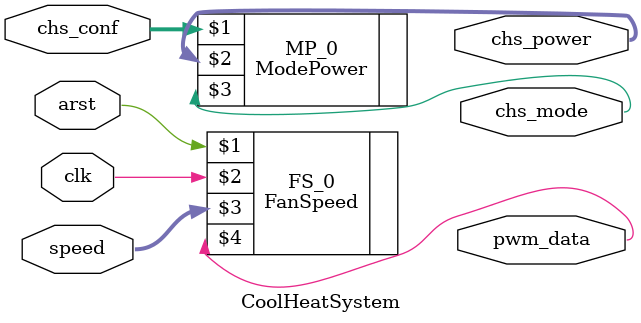
<source format=v>
/*--  *******************************************************
--  Computer Architecture Course, Laboratory Sources 
--  Amirkabir University of Technology (Tehran Polytechnic)
--  Department of Computer Engineering (CE-AUT)
--  https://ce[dot]aut[dot]ac[dot]ir
--  *******************************************************
--  All Rights reserved (C) 2019-2020
--  *******************************************************
--  Student ID  : 9831068
--  Student Name: Farshid Nooshi
--  Student Mail: farshidnooshi726@aut.at.ir
--  *******************************************************
--  Student ID  : 9831066
--  Student Name: Mohammad MAhdi Nemati Haravani
--  Student Mail: adel110@aut.at.ir
--  *******************************************************
--  Additional Comments: lab number 8 Group 6
--
--*/

/*-----------------------------------------------------------
---  Module Name: Cool Heat System
---  Description: Module3:
-----------------------------------------------------------*/
`timescale 1 ns/1 ns

module CoolHeatSystem (
	input        arst      , // reset [asynch]  
	input        clk       , // clock [posedge] 
	
	input  [7:0] speed     , // speed [duty-cycle]  
	
	input  [7:0] chs_conf  , // degree [temprature] 
	
	output [3:0] chs_power , // power  [cooler/heater] 
	output       chs_mode  , // model  [heat=1/cool=0]

	output       pwm_data    // data  [output]
);

	/* write your code here */
	FanSpeed FS_0(arst, clk, speed, pwm_data);
	ModePower MP_0(chs_conf, chs_power, chs_mode);
	/* write your code here  */

endmodule
</source>
